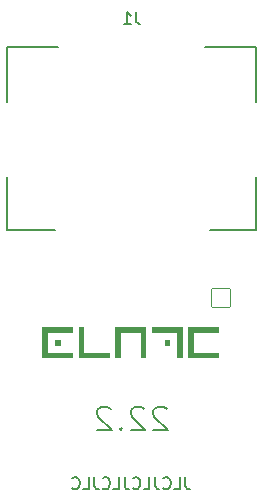
<source format=gbo>
G04 #@! TF.GenerationSoftware,KiCad,Pcbnew,(6.0.0)*
G04 #@! TF.CreationDate,2022-03-25T14:06:01-05:00*
G04 #@! TF.ProjectId,gencyber-badge-22_2,67656e63-7962-4657-922d-62616467652d,rev?*
G04 #@! TF.SameCoordinates,Original*
G04 #@! TF.FileFunction,Legend,Bot*
G04 #@! TF.FilePolarity,Positive*
%FSLAX46Y46*%
G04 Gerber Fmt 4.6, Leading zero omitted, Abs format (unit mm)*
G04 Created by KiCad (PCBNEW (6.0.0)) date 2022-03-25 14:06:01*
%MOMM*%
%LPD*%
G01*
G04 APERTURE LIST*
G04 Aperture macros list*
%AMRoundRect*
0 Rectangle with rounded corners*
0 $1 Rounding radius*
0 $2 $3 $4 $5 $6 $7 $8 $9 X,Y pos of 4 corners*
0 Add a 4 corners polygon primitive as box body*
4,1,4,$2,$3,$4,$5,$6,$7,$8,$9,$2,$3,0*
0 Add four circle primitives for the rounded corners*
1,1,$1+$1,$2,$3*
1,1,$1+$1,$4,$5*
1,1,$1+$1,$6,$7*
1,1,$1+$1,$8,$9*
0 Add four rect primitives between the rounded corners*
20,1,$1+$1,$2,$3,$4,$5,0*
20,1,$1+$1,$4,$5,$6,$7,0*
20,1,$1+$1,$6,$7,$8,$9,0*
20,1,$1+$1,$8,$9,$2,$3,0*%
G04 Aperture macros list end*
%ADD10C,0.150000*%
%ADD11C,0.203200*%
%ADD12C,2.100000*%
%ADD13C,4.600000*%
%ADD14RoundRect,0.300200X-0.649800X-0.649800X0.649800X-0.649800X0.649800X0.649800X-0.649800X0.649800X0*%
%ADD15C,1.900000*%
%ADD16RoundRect,0.050000X0.900000X0.900000X-0.900000X0.900000X-0.900000X-0.900000X0.900000X-0.900000X0*%
%ADD17RoundRect,0.050000X-0.800000X0.800000X-0.800000X-0.800000X0.800000X-0.800000X0.800000X0.800000X0*%
%ADD18O,1.700000X1.700000*%
%ADD19RoundRect,0.500000X-0.450000X-0.450000X0.450000X-0.450000X0.450000X0.450000X-0.450000X0.450000X0*%
%ADD20C,1.500000*%
%ADD21O,1.500000X1.500000*%
%ADD22C,2.386000*%
%ADD23C,17.880000*%
G04 APERTURE END LIST*
D10*
X155519047Y-108882380D02*
X155519047Y-109596666D01*
X155566666Y-109739523D01*
X155661904Y-109834761D01*
X155804761Y-109882380D01*
X155900000Y-109882380D01*
X154566666Y-109882380D02*
X155042857Y-109882380D01*
X155042857Y-108882380D01*
X153661904Y-109787142D02*
X153709523Y-109834761D01*
X153852380Y-109882380D01*
X153947619Y-109882380D01*
X154090476Y-109834761D01*
X154185714Y-109739523D01*
X154233333Y-109644285D01*
X154280952Y-109453809D01*
X154280952Y-109310952D01*
X154233333Y-109120476D01*
X154185714Y-109025238D01*
X154090476Y-108930000D01*
X153947619Y-108882380D01*
X153852380Y-108882380D01*
X153709523Y-108930000D01*
X153661904Y-108977619D01*
X152947619Y-108882380D02*
X152947619Y-109596666D01*
X152995238Y-109739523D01*
X153090476Y-109834761D01*
X153233333Y-109882380D01*
X153328571Y-109882380D01*
X151995238Y-109882380D02*
X152471428Y-109882380D01*
X152471428Y-108882380D01*
X151090476Y-109787142D02*
X151138095Y-109834761D01*
X151280952Y-109882380D01*
X151376190Y-109882380D01*
X151519047Y-109834761D01*
X151614285Y-109739523D01*
X151661904Y-109644285D01*
X151709523Y-109453809D01*
X151709523Y-109310952D01*
X151661904Y-109120476D01*
X151614285Y-109025238D01*
X151519047Y-108930000D01*
X151376190Y-108882380D01*
X151280952Y-108882380D01*
X151138095Y-108930000D01*
X151090476Y-108977619D01*
X150376190Y-108882380D02*
X150376190Y-109596666D01*
X150423809Y-109739523D01*
X150519047Y-109834761D01*
X150661904Y-109882380D01*
X150757142Y-109882380D01*
X149423809Y-109882380D02*
X149900000Y-109882380D01*
X149900000Y-108882380D01*
X148519047Y-109787142D02*
X148566666Y-109834761D01*
X148709523Y-109882380D01*
X148804761Y-109882380D01*
X148947619Y-109834761D01*
X149042857Y-109739523D01*
X149090476Y-109644285D01*
X149138095Y-109453809D01*
X149138095Y-109310952D01*
X149090476Y-109120476D01*
X149042857Y-109025238D01*
X148947619Y-108930000D01*
X148804761Y-108882380D01*
X148709523Y-108882380D01*
X148566666Y-108930000D01*
X148519047Y-108977619D01*
X147804761Y-108882380D02*
X147804761Y-109596666D01*
X147852380Y-109739523D01*
X147947619Y-109834761D01*
X148090476Y-109882380D01*
X148185714Y-109882380D01*
X146852380Y-109882380D02*
X147328571Y-109882380D01*
X147328571Y-108882380D01*
X145947619Y-109787142D02*
X145995238Y-109834761D01*
X146138095Y-109882380D01*
X146233333Y-109882380D01*
X146376190Y-109834761D01*
X146471428Y-109739523D01*
X146519047Y-109644285D01*
X146566666Y-109453809D01*
X146566666Y-109310952D01*
X146519047Y-109120476D01*
X146471428Y-109025238D01*
X146376190Y-108930000D01*
X146233333Y-108882380D01*
X146138095Y-108882380D01*
X145995238Y-108930000D01*
X145947619Y-108977619D01*
X153952380Y-103095238D02*
X153857142Y-103000000D01*
X153666666Y-102904761D01*
X153190476Y-102904761D01*
X153000000Y-103000000D01*
X152904761Y-103095238D01*
X152809523Y-103285714D01*
X152809523Y-103476190D01*
X152904761Y-103761904D01*
X154047619Y-104904761D01*
X152809523Y-104904761D01*
X152047619Y-103095238D02*
X151952380Y-103000000D01*
X151761904Y-102904761D01*
X151285714Y-102904761D01*
X151095238Y-103000000D01*
X151000000Y-103095238D01*
X150904761Y-103285714D01*
X150904761Y-103476190D01*
X151000000Y-103761904D01*
X152142857Y-104904761D01*
X150904761Y-104904761D01*
X150047619Y-104714285D02*
X149952380Y-104809523D01*
X150047619Y-104904761D01*
X150142857Y-104809523D01*
X150047619Y-104714285D01*
X150047619Y-104904761D01*
X149190476Y-103095238D02*
X149095238Y-103000000D01*
X148904761Y-102904761D01*
X148428571Y-102904761D01*
X148238095Y-103000000D01*
X148142857Y-103095238D01*
X148047619Y-103285714D01*
X148047619Y-103476190D01*
X148142857Y-103761904D01*
X149285714Y-104904761D01*
X148047619Y-104904761D01*
X151333333Y-69502380D02*
X151333333Y-70216666D01*
X151380952Y-70359523D01*
X151476190Y-70454761D01*
X151619047Y-70502380D01*
X151714285Y-70502380D01*
X150333333Y-70502380D02*
X150904761Y-70502380D01*
X150619047Y-70502380D02*
X150619047Y-69502380D01*
X150714285Y-69645238D01*
X150809523Y-69740476D01*
X150904761Y-69788095D01*
G36*
X155313514Y-98815138D02*
G01*
X154845414Y-98815138D01*
X154845414Y-96652962D01*
X152672093Y-96652962D01*
X152672093Y-96184862D01*
X155313514Y-96184862D01*
X155313514Y-98815138D01*
G37*
G36*
X144948442Y-97734050D02*
G01*
X144480342Y-97734050D01*
X144480342Y-97265950D01*
X144948442Y-97265950D01*
X144948442Y-97734050D01*
G37*
G36*
X146029530Y-96652962D02*
G01*
X143867354Y-96652962D01*
X143867354Y-98347038D01*
X146029530Y-98347038D01*
X146029530Y-98815138D01*
X143399254Y-98815138D01*
X143399254Y-96184862D01*
X146029530Y-96184862D01*
X146029530Y-96652962D01*
G37*
G36*
X158400745Y-96652962D02*
G01*
X156238569Y-96652962D01*
X156238569Y-98347038D01*
X158400745Y-98347038D01*
X158400745Y-98815138D01*
X155770469Y-98815138D01*
X155770469Y-96184862D01*
X158400745Y-96184862D01*
X158400745Y-96652962D01*
G37*
G36*
X154221281Y-97734502D02*
G01*
X153990017Y-97731490D01*
X153758753Y-97728477D01*
X153758753Y-97271522D01*
X153990017Y-97268510D01*
X154221281Y-97265497D01*
X154221281Y-97734502D01*
G37*
G36*
X146954585Y-98347038D02*
G01*
X149127907Y-98347038D01*
X149127907Y-98815138D01*
X146486485Y-98815138D01*
X146486485Y-96184862D01*
X146954585Y-96184862D01*
X146954585Y-98347038D01*
G37*
G36*
X152215138Y-98815138D02*
G01*
X151747038Y-98815138D01*
X151747038Y-96652962D01*
X150052961Y-96652962D01*
X150052961Y-98815138D01*
X149584861Y-98815138D01*
X149584861Y-96184862D01*
X152215138Y-96184862D01*
X152215138Y-98815138D01*
G37*
D11*
X140459000Y-87920000D02*
X140459000Y-83475000D01*
X161541000Y-72426000D02*
X161541000Y-77125000D01*
X161541000Y-87920000D02*
X157604000Y-87920000D01*
X140459000Y-72426000D02*
X144777000Y-72426000D01*
X140459000Y-87920000D02*
X144523000Y-87920000D01*
X161541000Y-87920000D02*
X161541000Y-83475000D01*
X161541000Y-72426000D02*
X157223000Y-72426000D01*
X140459000Y-72426000D02*
X140459000Y-77125000D01*
%LPC*%
D12*
X136050000Y-88550000D03*
X129550000Y-88550000D03*
X136050000Y-93050000D03*
X129550000Y-93050000D03*
D13*
X151000000Y-66100000D03*
D14*
X167760000Y-101875000D03*
D15*
X170300000Y-101875000D03*
X172840000Y-101875000D03*
D16*
X129910000Y-102300000D03*
D15*
X132450000Y-102300000D03*
D17*
X158560000Y-93700000D03*
D18*
X156020000Y-93700000D03*
X153480000Y-93700000D03*
X150940000Y-93700000D03*
X148400000Y-93700000D03*
X145860000Y-93700000D03*
X143320000Y-93700000D03*
X143320000Y-101320000D03*
X145860000Y-101320000D03*
X148400000Y-101320000D03*
X150940000Y-101320000D03*
X153480000Y-101320000D03*
X156020000Y-101320000D03*
X158560000Y-101320000D03*
D19*
X148390000Y-112440000D03*
D15*
X150168000Y-113964000D03*
X151692000Y-112440000D03*
X153216000Y-113964000D03*
D12*
X172450000Y-88550000D03*
X165950000Y-88550000D03*
X172450000Y-93050000D03*
X165950000Y-93050000D03*
D20*
X148360000Y-106380000D03*
D21*
X153440000Y-106380000D03*
D22*
X161414000Y-78776000D03*
X161414000Y-81824000D03*
X140586000Y-81824000D03*
X140586000Y-78776000D03*
D23*
X151000000Y-80300000D03*
M02*

</source>
